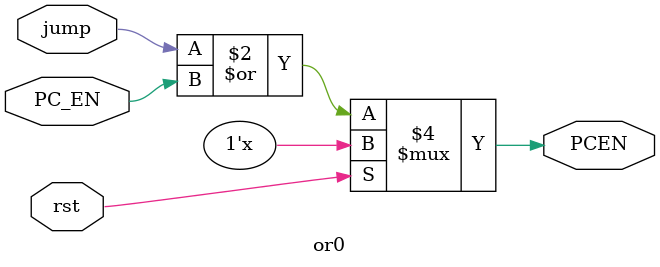
<source format=v>
`timescale 1ns / 1ps


module or0 
/*** PARAMETERS ***/
#(parameter
    DATA_WL     = 32,
    ADDR_RF_WL  = 5,
    ADDR_MEM    = 32,
    IMMED_WL    = 16,
    JUMP_WL     = 26
)
/*** IN/OUT ***/
(
    // IN
    input   rst,
            jump,
            PC_EN,
    // OUT
    output reg PCEN
);
    always @(*)
    begin
        if(rst) PCEN = 1'bx;
        else PCEN = jump | PC_EN;
    end
endmodule

</source>
